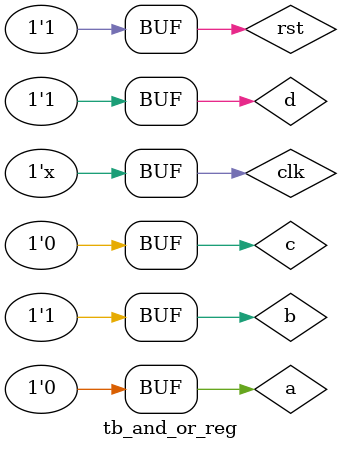
<source format=v>
module tb_and_or_reg();

// Inputs to the circuit
  reg a, b, c, d;  
// Clock and Reset signals  
  reg clk, rst;    
// Output f  
  wire f;                 
  
  // Instantiate the design under test (DUT)
  and_or_reg uut (	.clk(clk),
					.rst(rst),
					.a(a),
					.b(b),
					.c(c),
					.d(d),
					.f(f)
  );

  // Clock generation: toggle every 5 time units
  always #5 clk = ~clk;

  // Testbench logic
  initial begin
    // Initialize signals
    clk = 1'b0; rst = 1'b0;
    a = 1'b0; b = 1'b0; c = 1'b0; d = 1'b0;
    // Apply reset
    #10 rst = 1'b1;
    // Apply test cases
    #10; a = 1'b1; b = 1'b1; c = 1'b0; d = 1'b0;  // Test case 1
    #10; a = 1'b0; b = 1'b1; c = 1'b0; d = 1'b1;  // Test case 2
    #10; a = 1'b0; b = 1'b1; c = 1'b1; d = 1'b1;  // Test case 3
    #10; a = 1'b0; b = 1'b1; c = 1'b0; d = 1'b1;  // Test case 4
  end

endmodule

</source>
